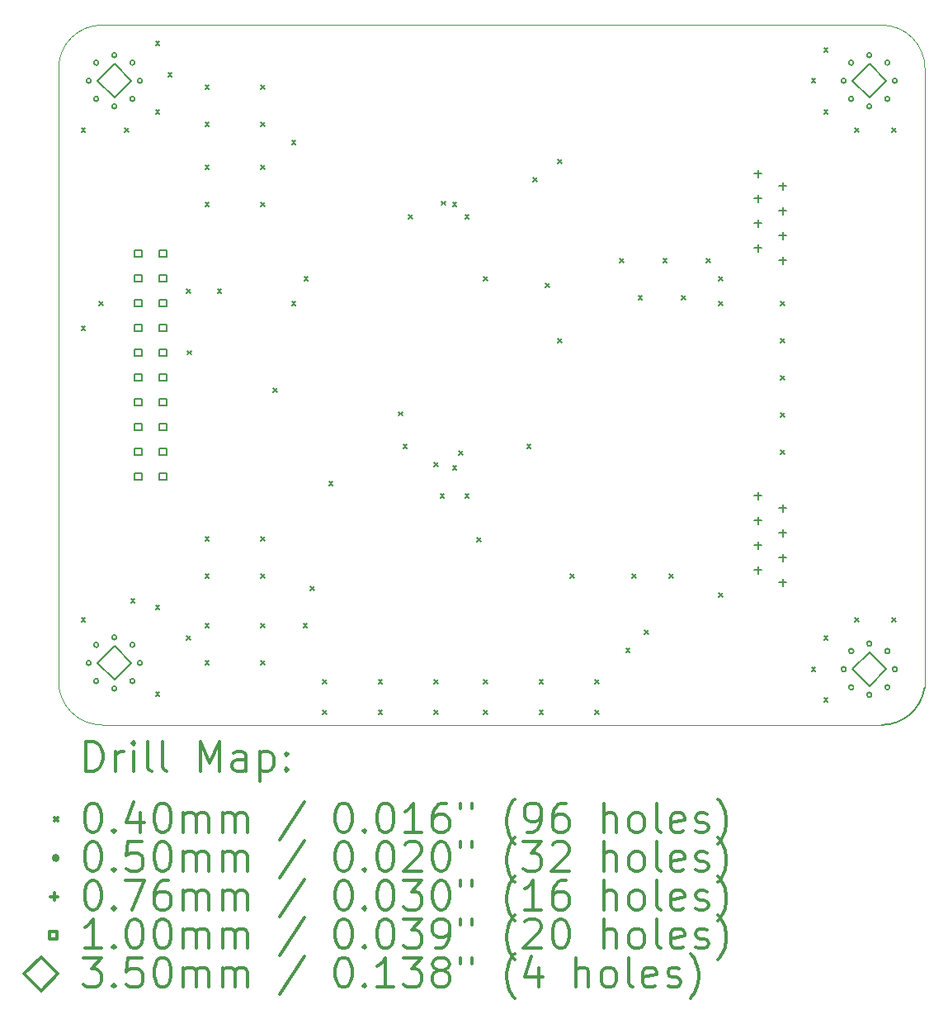
<source format=gbr>
%FSLAX45Y45*%
G04 Gerber Fmt 4.5, Leading zero omitted, Abs format (unit mm)*
G04 Created by KiCad (PCBNEW 5.1.5-52549c5~84~ubuntu19.10.1) date 2020-02-18 09:14:37*
%MOMM*%
%LPD*%
G04 APERTURE LIST*
%TA.AperFunction,Profile*%
%ADD10C,0.100000*%
%TD*%
%TA.AperFunction,Profile*%
%ADD11C,0.150000*%
%TD*%
%ADD12C,0.200000*%
%ADD13C,0.300000*%
G04 APERTURE END LIST*
D10*
X5715000Y-11176000D02*
X5715000Y-4889500D01*
X14160500Y-11620500D02*
X6159500Y-11620500D01*
X14605000Y-4889500D02*
X14600565Y-11238631D01*
X6159500Y-4445000D02*
X14160500Y-4445000D01*
X5715000Y-4889500D02*
G75*
G02X6159500Y-4445000I444500J0D01*
G01*
X14160500Y-4445000D02*
G75*
G02X14605000Y-4889500I0J-444500D01*
G01*
X6159500Y-11620500D02*
G75*
G02X5715000Y-11176000I0J444500D01*
G01*
D11*
X14600565Y-11238631D02*
G75*
G02X14160500Y-11620500I-440066J62631D01*
G01*
D12*
X5949000Y-5504500D02*
X5989000Y-5544500D01*
X5989000Y-5504500D02*
X5949000Y-5544500D01*
X5949000Y-7536500D02*
X5989000Y-7576500D01*
X5989000Y-7536500D02*
X5949000Y-7576500D01*
X5949000Y-10521000D02*
X5989000Y-10561000D01*
X5989000Y-10521000D02*
X5949000Y-10561000D01*
X6130500Y-7282500D02*
X6170500Y-7322500D01*
X6170500Y-7282500D02*
X6130500Y-7322500D01*
X6393500Y-5504500D02*
X6433500Y-5544500D01*
X6433500Y-5504500D02*
X6393500Y-5544500D01*
X6457000Y-10330500D02*
X6497000Y-10370500D01*
X6497000Y-10330500D02*
X6457000Y-10370500D01*
X6711000Y-4615500D02*
X6751000Y-4655500D01*
X6751000Y-4615500D02*
X6711000Y-4655500D01*
X6711000Y-5314000D02*
X6751000Y-5354000D01*
X6751000Y-5314000D02*
X6711000Y-5354000D01*
X6711000Y-10394000D02*
X6751000Y-10434000D01*
X6751000Y-10394000D02*
X6711000Y-10434000D01*
X6711000Y-11283000D02*
X6751000Y-11323000D01*
X6751000Y-11283000D02*
X6711000Y-11323000D01*
X6838000Y-4933000D02*
X6878000Y-4973000D01*
X6878000Y-4933000D02*
X6838000Y-4973000D01*
X7028500Y-7155500D02*
X7068500Y-7195500D01*
X7068500Y-7155500D02*
X7028500Y-7195500D01*
X7028500Y-10711500D02*
X7068500Y-10751500D01*
X7068500Y-10711500D02*
X7028500Y-10751500D01*
X7036500Y-7782500D02*
X7076500Y-7822500D01*
X7076500Y-7782500D02*
X7036500Y-7822500D01*
X7219000Y-5060000D02*
X7259000Y-5100000D01*
X7259000Y-5060000D02*
X7219000Y-5100000D01*
X7219000Y-5441000D02*
X7259000Y-5481000D01*
X7259000Y-5441000D02*
X7219000Y-5481000D01*
X7219000Y-5885500D02*
X7259000Y-5925500D01*
X7259000Y-5885500D02*
X7219000Y-5925500D01*
X7219000Y-6266500D02*
X7259000Y-6306500D01*
X7259000Y-6266500D02*
X7219000Y-6306500D01*
X7219000Y-9695500D02*
X7259000Y-9735500D01*
X7259000Y-9695500D02*
X7219000Y-9735500D01*
X7219000Y-10076500D02*
X7259000Y-10116500D01*
X7259000Y-10076500D02*
X7219000Y-10116500D01*
X7219000Y-10584500D02*
X7259000Y-10624500D01*
X7259000Y-10584500D02*
X7219000Y-10624500D01*
X7219000Y-10965500D02*
X7259000Y-11005500D01*
X7259000Y-10965500D02*
X7219000Y-11005500D01*
X7346000Y-7155500D02*
X7386000Y-7195500D01*
X7386000Y-7155500D02*
X7346000Y-7195500D01*
X7790500Y-5060000D02*
X7830500Y-5100000D01*
X7830500Y-5060000D02*
X7790500Y-5100000D01*
X7790500Y-5441000D02*
X7830500Y-5481000D01*
X7830500Y-5441000D02*
X7790500Y-5481000D01*
X7790500Y-5885500D02*
X7830500Y-5925500D01*
X7830500Y-5885500D02*
X7790500Y-5925500D01*
X7790500Y-6266500D02*
X7830500Y-6306500D01*
X7830500Y-6266500D02*
X7790500Y-6306500D01*
X7790500Y-9695500D02*
X7830500Y-9735500D01*
X7830500Y-9695500D02*
X7790500Y-9735500D01*
X7790500Y-10076500D02*
X7830500Y-10116500D01*
X7830500Y-10076500D02*
X7790500Y-10116500D01*
X7790500Y-10584500D02*
X7830500Y-10624500D01*
X7830500Y-10584500D02*
X7790500Y-10624500D01*
X7790500Y-10965500D02*
X7830500Y-11005500D01*
X7830500Y-10965500D02*
X7790500Y-11005500D01*
X7917500Y-8171500D02*
X7957500Y-8211500D01*
X7957500Y-8171500D02*
X7917500Y-8211500D01*
X8108000Y-5631500D02*
X8148000Y-5671500D01*
X8148000Y-5631500D02*
X8108000Y-5671500D01*
X8108000Y-7282500D02*
X8148000Y-7322500D01*
X8148000Y-7282500D02*
X8108000Y-7322500D01*
X8226000Y-10584500D02*
X8266000Y-10624500D01*
X8266000Y-10584500D02*
X8226000Y-10624500D01*
X8235000Y-7028500D02*
X8275000Y-7068500D01*
X8275000Y-7028500D02*
X8235000Y-7068500D01*
X8298500Y-10203500D02*
X8338500Y-10243500D01*
X8338500Y-10203500D02*
X8298500Y-10243500D01*
X8425500Y-11156000D02*
X8465500Y-11196000D01*
X8465500Y-11156000D02*
X8425500Y-11196000D01*
X8425500Y-11473500D02*
X8465500Y-11513500D01*
X8465500Y-11473500D02*
X8425500Y-11513500D01*
X8489000Y-9124000D02*
X8529000Y-9164000D01*
X8529000Y-9124000D02*
X8489000Y-9164000D01*
X8997000Y-11156000D02*
X9037000Y-11196000D01*
X9037000Y-11156000D02*
X8997000Y-11196000D01*
X8997000Y-11473500D02*
X9037000Y-11513500D01*
X9037000Y-11473500D02*
X8997000Y-11513500D01*
X9202515Y-8410485D02*
X9242515Y-8450485D01*
X9242515Y-8410485D02*
X9202515Y-8450485D01*
X9251000Y-8743000D02*
X9291000Y-8783000D01*
X9291000Y-8743000D02*
X9251000Y-8783000D01*
X9307500Y-6393500D02*
X9347500Y-6433500D01*
X9347500Y-6393500D02*
X9307500Y-6433500D01*
X9568500Y-8933500D02*
X9608500Y-8973500D01*
X9608500Y-8933500D02*
X9568500Y-8973500D01*
X9568500Y-11156000D02*
X9608500Y-11196000D01*
X9608500Y-11156000D02*
X9568500Y-11196000D01*
X9568500Y-11473500D02*
X9608500Y-11513500D01*
X9608500Y-11473500D02*
X9568500Y-11513500D01*
X9632000Y-9251000D02*
X9672000Y-9291000D01*
X9672000Y-9251000D02*
X9632000Y-9291000D01*
X9647015Y-6251485D02*
X9687015Y-6291485D01*
X9687015Y-6251485D02*
X9647015Y-6291485D01*
X9758824Y-8966793D02*
X9798824Y-9006793D01*
X9798824Y-8966793D02*
X9758824Y-9006793D01*
X9759000Y-6266500D02*
X9799000Y-6306500D01*
X9799000Y-6266500D02*
X9759000Y-6306500D01*
X9822500Y-8813000D02*
X9862500Y-8853000D01*
X9862500Y-8813000D02*
X9822500Y-8853000D01*
X9886000Y-6393500D02*
X9926000Y-6433500D01*
X9926000Y-6393500D02*
X9886000Y-6433500D01*
X9886000Y-9251000D02*
X9926000Y-9291000D01*
X9926000Y-9251000D02*
X9886000Y-9291000D01*
X10005250Y-9703250D02*
X10045250Y-9743250D01*
X10045250Y-9703250D02*
X10005250Y-9743250D01*
X10076500Y-7028500D02*
X10116500Y-7068500D01*
X10116500Y-7028500D02*
X10076500Y-7068500D01*
X10076500Y-11156000D02*
X10116500Y-11196000D01*
X10116500Y-11156000D02*
X10076500Y-11196000D01*
X10076500Y-11473500D02*
X10116500Y-11513500D01*
X10116500Y-11473500D02*
X10076500Y-11513500D01*
X10521000Y-8743000D02*
X10561000Y-8783000D01*
X10561000Y-8743000D02*
X10521000Y-8783000D01*
X10584500Y-6012500D02*
X10624500Y-6052500D01*
X10624500Y-6012500D02*
X10584500Y-6052500D01*
X10648000Y-11156000D02*
X10688000Y-11196000D01*
X10688000Y-11156000D02*
X10648000Y-11196000D01*
X10648000Y-11473500D02*
X10688000Y-11513500D01*
X10688000Y-11473500D02*
X10648000Y-11513500D01*
X10711500Y-7092000D02*
X10751500Y-7132000D01*
X10751500Y-7092000D02*
X10711500Y-7132000D01*
X10838500Y-5822000D02*
X10878500Y-5862000D01*
X10878500Y-5822000D02*
X10838500Y-5862000D01*
X10838500Y-7663500D02*
X10878500Y-7703500D01*
X10878500Y-7663500D02*
X10838500Y-7703500D01*
X10965500Y-10076500D02*
X11005500Y-10116500D01*
X11005500Y-10076500D02*
X10965500Y-10116500D01*
X11219500Y-11156000D02*
X11259500Y-11196000D01*
X11259500Y-11156000D02*
X11219500Y-11196000D01*
X11219500Y-11473500D02*
X11259500Y-11513500D01*
X11259500Y-11473500D02*
X11219500Y-11513500D01*
X11473500Y-6838000D02*
X11513500Y-6878000D01*
X11513500Y-6838000D02*
X11473500Y-6878000D01*
X11537000Y-10838500D02*
X11577000Y-10878500D01*
X11577000Y-10838500D02*
X11537000Y-10878500D01*
X11600500Y-10076500D02*
X11640500Y-10116500D01*
X11640500Y-10076500D02*
X11600500Y-10116500D01*
X11664000Y-7219000D02*
X11704000Y-7259000D01*
X11704000Y-7219000D02*
X11664000Y-7259000D01*
X11727500Y-10648000D02*
X11767500Y-10688000D01*
X11767500Y-10648000D02*
X11727500Y-10688000D01*
X11918000Y-6838000D02*
X11958000Y-6878000D01*
X11958000Y-6838000D02*
X11918000Y-6878000D01*
X11981500Y-10076500D02*
X12021500Y-10116500D01*
X12021500Y-10076500D02*
X11981500Y-10116500D01*
X12108500Y-7219000D02*
X12148500Y-7259000D01*
X12148500Y-7219000D02*
X12108500Y-7259000D01*
X12362500Y-6838000D02*
X12402500Y-6878000D01*
X12402500Y-6838000D02*
X12362500Y-6878000D01*
X12489500Y-7028500D02*
X12529500Y-7068500D01*
X12529500Y-7028500D02*
X12489500Y-7068500D01*
X12489500Y-7282500D02*
X12529500Y-7322500D01*
X12529500Y-7282500D02*
X12489500Y-7322500D01*
X12489500Y-10267000D02*
X12529500Y-10307000D01*
X12529500Y-10267000D02*
X12489500Y-10307000D01*
X13124500Y-7282500D02*
X13164500Y-7322500D01*
X13164500Y-7282500D02*
X13124500Y-7322500D01*
X13124500Y-7663500D02*
X13164500Y-7703500D01*
X13164500Y-7663500D02*
X13124500Y-7703500D01*
X13124500Y-8044500D02*
X13164500Y-8084500D01*
X13164500Y-8044500D02*
X13124500Y-8084500D01*
X13124500Y-8425500D02*
X13164500Y-8465500D01*
X13164500Y-8425500D02*
X13124500Y-8465500D01*
X13124500Y-8806500D02*
X13164500Y-8846500D01*
X13164500Y-8806500D02*
X13124500Y-8846500D01*
X13442000Y-4996500D02*
X13482000Y-5036500D01*
X13482000Y-4996500D02*
X13442000Y-5036500D01*
X13442000Y-11029000D02*
X13482000Y-11069000D01*
X13482000Y-11029000D02*
X13442000Y-11069000D01*
X13569000Y-4679000D02*
X13609000Y-4719000D01*
X13609000Y-4679000D02*
X13569000Y-4719000D01*
X13569000Y-5314000D02*
X13609000Y-5354000D01*
X13609000Y-5314000D02*
X13569000Y-5354000D01*
X13569000Y-10711500D02*
X13609000Y-10751500D01*
X13609000Y-10711500D02*
X13569000Y-10751500D01*
X13569000Y-11346500D02*
X13609000Y-11386500D01*
X13609000Y-11346500D02*
X13569000Y-11386500D01*
X13886500Y-5504500D02*
X13926500Y-5544500D01*
X13926500Y-5504500D02*
X13886500Y-5544500D01*
X13886500Y-10521000D02*
X13926500Y-10561000D01*
X13926500Y-10521000D02*
X13886500Y-10561000D01*
X14267500Y-5504500D02*
X14307500Y-5544500D01*
X14307500Y-5504500D02*
X14267500Y-5544500D01*
X14267500Y-10521000D02*
X14307500Y-10561000D01*
X14307500Y-10521000D02*
X14267500Y-10561000D01*
X6049000Y-5016500D02*
G75*
G03X6049000Y-5016500I-25000J0D01*
G01*
X6125884Y-4830885D02*
G75*
G03X6125884Y-4830885I-25000J0D01*
G01*
X6125884Y-5202116D02*
G75*
G03X6125884Y-5202116I-25000J0D01*
G01*
X6311500Y-4754000D02*
G75*
G03X6311500Y-4754000I-25000J0D01*
G01*
X6311500Y-5279000D02*
G75*
G03X6311500Y-5279000I-25000J0D01*
G01*
X6497115Y-4830885D02*
G75*
G03X6497115Y-4830885I-25000J0D01*
G01*
X6497115Y-5202116D02*
G75*
G03X6497115Y-5202116I-25000J0D01*
G01*
X6574000Y-5016500D02*
G75*
G03X6574000Y-5016500I-25000J0D01*
G01*
X13796000Y-11049000D02*
G75*
G03X13796000Y-11049000I-25000J0D01*
G01*
X13872884Y-10863385D02*
G75*
G03X13872884Y-10863385I-25000J0D01*
G01*
X13872884Y-11234615D02*
G75*
G03X13872884Y-11234615I-25000J0D01*
G01*
X14058500Y-10786500D02*
G75*
G03X14058500Y-10786500I-25000J0D01*
G01*
X14058500Y-11311500D02*
G75*
G03X14058500Y-11311500I-25000J0D01*
G01*
X14244115Y-10863385D02*
G75*
G03X14244115Y-10863385I-25000J0D01*
G01*
X14244115Y-11234615D02*
G75*
G03X14244115Y-11234615I-25000J0D01*
G01*
X14321000Y-11049000D02*
G75*
G03X14321000Y-11049000I-25000J0D01*
G01*
X6049000Y-10985500D02*
G75*
G03X6049000Y-10985500I-25000J0D01*
G01*
X6125884Y-10799885D02*
G75*
G03X6125884Y-10799885I-25000J0D01*
G01*
X6125884Y-11171116D02*
G75*
G03X6125884Y-11171116I-25000J0D01*
G01*
X6311500Y-10723000D02*
G75*
G03X6311500Y-10723000I-25000J0D01*
G01*
X6311500Y-11248000D02*
G75*
G03X6311500Y-11248000I-25000J0D01*
G01*
X6497115Y-10799885D02*
G75*
G03X6497115Y-10799885I-25000J0D01*
G01*
X6497115Y-11171116D02*
G75*
G03X6497115Y-11171116I-25000J0D01*
G01*
X6574000Y-10985500D02*
G75*
G03X6574000Y-10985500I-25000J0D01*
G01*
X13796000Y-5016500D02*
G75*
G03X13796000Y-5016500I-25000J0D01*
G01*
X13872884Y-4830885D02*
G75*
G03X13872884Y-4830885I-25000J0D01*
G01*
X13872884Y-5202116D02*
G75*
G03X13872884Y-5202116I-25000J0D01*
G01*
X14058500Y-4754000D02*
G75*
G03X14058500Y-4754000I-25000J0D01*
G01*
X14058500Y-5279000D02*
G75*
G03X14058500Y-5279000I-25000J0D01*
G01*
X14244115Y-4830885D02*
G75*
G03X14244115Y-4830885I-25000J0D01*
G01*
X14244115Y-5202116D02*
G75*
G03X14244115Y-5202116I-25000J0D01*
G01*
X14321000Y-5016500D02*
G75*
G03X14321000Y-5016500I-25000J0D01*
G01*
X12890500Y-9233000D02*
X12890500Y-9309000D01*
X12852500Y-9271000D02*
X12928500Y-9271000D01*
X12890500Y-9487000D02*
X12890500Y-9563000D01*
X12852500Y-9525000D02*
X12928500Y-9525000D01*
X12890500Y-9741000D02*
X12890500Y-9817000D01*
X12852500Y-9779000D02*
X12928500Y-9779000D01*
X12890500Y-9995000D02*
X12890500Y-10071000D01*
X12852500Y-10033000D02*
X12928500Y-10033000D01*
X13144500Y-9360000D02*
X13144500Y-9436000D01*
X13106500Y-9398000D02*
X13182500Y-9398000D01*
X13144500Y-9614000D02*
X13144500Y-9690000D01*
X13106500Y-9652000D02*
X13182500Y-9652000D01*
X13144500Y-9868000D02*
X13144500Y-9944000D01*
X13106500Y-9906000D02*
X13182500Y-9906000D01*
X13144500Y-10122000D02*
X13144500Y-10198000D01*
X13106500Y-10160000D02*
X13182500Y-10160000D01*
X12890500Y-5931000D02*
X12890500Y-6007000D01*
X12852500Y-5969000D02*
X12928500Y-5969000D01*
X12890500Y-6185000D02*
X12890500Y-6261000D01*
X12852500Y-6223000D02*
X12928500Y-6223000D01*
X12890500Y-6439000D02*
X12890500Y-6515000D01*
X12852500Y-6477000D02*
X12928500Y-6477000D01*
X12890500Y-6693000D02*
X12890500Y-6769000D01*
X12852500Y-6731000D02*
X12928500Y-6731000D01*
X13144500Y-6058000D02*
X13144500Y-6134000D01*
X13106500Y-6096000D02*
X13182500Y-6096000D01*
X13144500Y-6312000D02*
X13144500Y-6388000D01*
X13106500Y-6350000D02*
X13182500Y-6350000D01*
X13144500Y-6566000D02*
X13144500Y-6642000D01*
X13106500Y-6604000D02*
X13182500Y-6604000D01*
X13144500Y-6820000D02*
X13144500Y-6896000D01*
X13106500Y-6858000D02*
X13182500Y-6858000D01*
X6567856Y-6821856D02*
X6567856Y-6751144D01*
X6497144Y-6751144D01*
X6497144Y-6821856D01*
X6567856Y-6821856D01*
X6567856Y-7075856D02*
X6567856Y-7005144D01*
X6497144Y-7005144D01*
X6497144Y-7075856D01*
X6567856Y-7075856D01*
X6567856Y-7329856D02*
X6567856Y-7259144D01*
X6497144Y-7259144D01*
X6497144Y-7329856D01*
X6567856Y-7329856D01*
X6567856Y-7583856D02*
X6567856Y-7513144D01*
X6497144Y-7513144D01*
X6497144Y-7583856D01*
X6567856Y-7583856D01*
X6567856Y-7837856D02*
X6567856Y-7767144D01*
X6497144Y-7767144D01*
X6497144Y-7837856D01*
X6567856Y-7837856D01*
X6567856Y-8091856D02*
X6567856Y-8021144D01*
X6497144Y-8021144D01*
X6497144Y-8091856D01*
X6567856Y-8091856D01*
X6567856Y-8345856D02*
X6567856Y-8275144D01*
X6497144Y-8275144D01*
X6497144Y-8345856D01*
X6567856Y-8345856D01*
X6567856Y-8599856D02*
X6567856Y-8529144D01*
X6497144Y-8529144D01*
X6497144Y-8599856D01*
X6567856Y-8599856D01*
X6567856Y-8853856D02*
X6567856Y-8783144D01*
X6497144Y-8783144D01*
X6497144Y-8853856D01*
X6567856Y-8853856D01*
X6567856Y-9107856D02*
X6567856Y-9037144D01*
X6497144Y-9037144D01*
X6497144Y-9107856D01*
X6567856Y-9107856D01*
X6821856Y-6821856D02*
X6821856Y-6751144D01*
X6751144Y-6751144D01*
X6751144Y-6821856D01*
X6821856Y-6821856D01*
X6821856Y-7075856D02*
X6821856Y-7005144D01*
X6751144Y-7005144D01*
X6751144Y-7075856D01*
X6821856Y-7075856D01*
X6821856Y-7329856D02*
X6821856Y-7259144D01*
X6751144Y-7259144D01*
X6751144Y-7329856D01*
X6821856Y-7329856D01*
X6821856Y-7583856D02*
X6821856Y-7513144D01*
X6751144Y-7513144D01*
X6751144Y-7583856D01*
X6821856Y-7583856D01*
X6821856Y-7837856D02*
X6821856Y-7767144D01*
X6751144Y-7767144D01*
X6751144Y-7837856D01*
X6821856Y-7837856D01*
X6821856Y-8091856D02*
X6821856Y-8021144D01*
X6751144Y-8021144D01*
X6751144Y-8091856D01*
X6821856Y-8091856D01*
X6821856Y-8345856D02*
X6821856Y-8275144D01*
X6751144Y-8275144D01*
X6751144Y-8345856D01*
X6821856Y-8345856D01*
X6821856Y-8599856D02*
X6821856Y-8529144D01*
X6751144Y-8529144D01*
X6751144Y-8599856D01*
X6821856Y-8599856D01*
X6821856Y-8853856D02*
X6821856Y-8783144D01*
X6751144Y-8783144D01*
X6751144Y-8853856D01*
X6821856Y-8853856D01*
X6821856Y-9107856D02*
X6821856Y-9037144D01*
X6751144Y-9037144D01*
X6751144Y-9107856D01*
X6821856Y-9107856D01*
X14033500Y-5191500D02*
X14208500Y-5016500D01*
X14033500Y-4841500D01*
X13858500Y-5016500D01*
X14033500Y-5191500D01*
X6286500Y-5191500D02*
X6461500Y-5016500D01*
X6286500Y-4841500D01*
X6111500Y-5016500D01*
X6286500Y-5191500D01*
X14033500Y-11224000D02*
X14208500Y-11049000D01*
X14033500Y-10874000D01*
X13858500Y-11049000D01*
X14033500Y-11224000D01*
X6286500Y-11160500D02*
X6461500Y-10985500D01*
X6286500Y-10810500D01*
X6111500Y-10985500D01*
X6286500Y-11160500D01*
D13*
X5996428Y-12093714D02*
X5996428Y-11793714D01*
X6067857Y-11793714D01*
X6110714Y-11808000D01*
X6139286Y-11836571D01*
X6153571Y-11865143D01*
X6167857Y-11922286D01*
X6167857Y-11965143D01*
X6153571Y-12022286D01*
X6139286Y-12050857D01*
X6110714Y-12079429D01*
X6067857Y-12093714D01*
X5996428Y-12093714D01*
X6296428Y-12093714D02*
X6296428Y-11893714D01*
X6296428Y-11950857D02*
X6310714Y-11922286D01*
X6325000Y-11908000D01*
X6353571Y-11893714D01*
X6382143Y-11893714D01*
X6482143Y-12093714D02*
X6482143Y-11893714D01*
X6482143Y-11793714D02*
X6467857Y-11808000D01*
X6482143Y-11822286D01*
X6496428Y-11808000D01*
X6482143Y-11793714D01*
X6482143Y-11822286D01*
X6667857Y-12093714D02*
X6639286Y-12079429D01*
X6625000Y-12050857D01*
X6625000Y-11793714D01*
X6825000Y-12093714D02*
X6796428Y-12079429D01*
X6782143Y-12050857D01*
X6782143Y-11793714D01*
X7167857Y-12093714D02*
X7167857Y-11793714D01*
X7267857Y-12008000D01*
X7367857Y-11793714D01*
X7367857Y-12093714D01*
X7639286Y-12093714D02*
X7639286Y-11936571D01*
X7625000Y-11908000D01*
X7596428Y-11893714D01*
X7539286Y-11893714D01*
X7510714Y-11908000D01*
X7639286Y-12079429D02*
X7610714Y-12093714D01*
X7539286Y-12093714D01*
X7510714Y-12079429D01*
X7496428Y-12050857D01*
X7496428Y-12022286D01*
X7510714Y-11993714D01*
X7539286Y-11979429D01*
X7610714Y-11979429D01*
X7639286Y-11965143D01*
X7782143Y-11893714D02*
X7782143Y-12193714D01*
X7782143Y-11908000D02*
X7810714Y-11893714D01*
X7867857Y-11893714D01*
X7896428Y-11908000D01*
X7910714Y-11922286D01*
X7925000Y-11950857D01*
X7925000Y-12036571D01*
X7910714Y-12065143D01*
X7896428Y-12079429D01*
X7867857Y-12093714D01*
X7810714Y-12093714D01*
X7782143Y-12079429D01*
X8053571Y-12065143D02*
X8067857Y-12079429D01*
X8053571Y-12093714D01*
X8039286Y-12079429D01*
X8053571Y-12065143D01*
X8053571Y-12093714D01*
X8053571Y-11908000D02*
X8067857Y-11922286D01*
X8053571Y-11936571D01*
X8039286Y-11922286D01*
X8053571Y-11908000D01*
X8053571Y-11936571D01*
X5670000Y-12568000D02*
X5710000Y-12608000D01*
X5710000Y-12568000D02*
X5670000Y-12608000D01*
X6053571Y-12423714D02*
X6082143Y-12423714D01*
X6110714Y-12438000D01*
X6125000Y-12452286D01*
X6139286Y-12480857D01*
X6153571Y-12538000D01*
X6153571Y-12609429D01*
X6139286Y-12666571D01*
X6125000Y-12695143D01*
X6110714Y-12709429D01*
X6082143Y-12723714D01*
X6053571Y-12723714D01*
X6025000Y-12709429D01*
X6010714Y-12695143D01*
X5996428Y-12666571D01*
X5982143Y-12609429D01*
X5982143Y-12538000D01*
X5996428Y-12480857D01*
X6010714Y-12452286D01*
X6025000Y-12438000D01*
X6053571Y-12423714D01*
X6282143Y-12695143D02*
X6296428Y-12709429D01*
X6282143Y-12723714D01*
X6267857Y-12709429D01*
X6282143Y-12695143D01*
X6282143Y-12723714D01*
X6553571Y-12523714D02*
X6553571Y-12723714D01*
X6482143Y-12409429D02*
X6410714Y-12623714D01*
X6596428Y-12623714D01*
X6767857Y-12423714D02*
X6796428Y-12423714D01*
X6825000Y-12438000D01*
X6839286Y-12452286D01*
X6853571Y-12480857D01*
X6867857Y-12538000D01*
X6867857Y-12609429D01*
X6853571Y-12666571D01*
X6839286Y-12695143D01*
X6825000Y-12709429D01*
X6796428Y-12723714D01*
X6767857Y-12723714D01*
X6739286Y-12709429D01*
X6725000Y-12695143D01*
X6710714Y-12666571D01*
X6696428Y-12609429D01*
X6696428Y-12538000D01*
X6710714Y-12480857D01*
X6725000Y-12452286D01*
X6739286Y-12438000D01*
X6767857Y-12423714D01*
X6996428Y-12723714D02*
X6996428Y-12523714D01*
X6996428Y-12552286D02*
X7010714Y-12538000D01*
X7039286Y-12523714D01*
X7082143Y-12523714D01*
X7110714Y-12538000D01*
X7125000Y-12566571D01*
X7125000Y-12723714D01*
X7125000Y-12566571D02*
X7139286Y-12538000D01*
X7167857Y-12523714D01*
X7210714Y-12523714D01*
X7239286Y-12538000D01*
X7253571Y-12566571D01*
X7253571Y-12723714D01*
X7396428Y-12723714D02*
X7396428Y-12523714D01*
X7396428Y-12552286D02*
X7410714Y-12538000D01*
X7439286Y-12523714D01*
X7482143Y-12523714D01*
X7510714Y-12538000D01*
X7525000Y-12566571D01*
X7525000Y-12723714D01*
X7525000Y-12566571D02*
X7539286Y-12538000D01*
X7567857Y-12523714D01*
X7610714Y-12523714D01*
X7639286Y-12538000D01*
X7653571Y-12566571D01*
X7653571Y-12723714D01*
X8239286Y-12409429D02*
X7982143Y-12795143D01*
X8625000Y-12423714D02*
X8653571Y-12423714D01*
X8682143Y-12438000D01*
X8696428Y-12452286D01*
X8710714Y-12480857D01*
X8725000Y-12538000D01*
X8725000Y-12609429D01*
X8710714Y-12666571D01*
X8696428Y-12695143D01*
X8682143Y-12709429D01*
X8653571Y-12723714D01*
X8625000Y-12723714D01*
X8596428Y-12709429D01*
X8582143Y-12695143D01*
X8567857Y-12666571D01*
X8553571Y-12609429D01*
X8553571Y-12538000D01*
X8567857Y-12480857D01*
X8582143Y-12452286D01*
X8596428Y-12438000D01*
X8625000Y-12423714D01*
X8853571Y-12695143D02*
X8867857Y-12709429D01*
X8853571Y-12723714D01*
X8839286Y-12709429D01*
X8853571Y-12695143D01*
X8853571Y-12723714D01*
X9053571Y-12423714D02*
X9082143Y-12423714D01*
X9110714Y-12438000D01*
X9125000Y-12452286D01*
X9139286Y-12480857D01*
X9153571Y-12538000D01*
X9153571Y-12609429D01*
X9139286Y-12666571D01*
X9125000Y-12695143D01*
X9110714Y-12709429D01*
X9082143Y-12723714D01*
X9053571Y-12723714D01*
X9025000Y-12709429D01*
X9010714Y-12695143D01*
X8996428Y-12666571D01*
X8982143Y-12609429D01*
X8982143Y-12538000D01*
X8996428Y-12480857D01*
X9010714Y-12452286D01*
X9025000Y-12438000D01*
X9053571Y-12423714D01*
X9439286Y-12723714D02*
X9267857Y-12723714D01*
X9353571Y-12723714D02*
X9353571Y-12423714D01*
X9325000Y-12466571D01*
X9296428Y-12495143D01*
X9267857Y-12509429D01*
X9696428Y-12423714D02*
X9639286Y-12423714D01*
X9610714Y-12438000D01*
X9596428Y-12452286D01*
X9567857Y-12495143D01*
X9553571Y-12552286D01*
X9553571Y-12666571D01*
X9567857Y-12695143D01*
X9582143Y-12709429D01*
X9610714Y-12723714D01*
X9667857Y-12723714D01*
X9696428Y-12709429D01*
X9710714Y-12695143D01*
X9725000Y-12666571D01*
X9725000Y-12595143D01*
X9710714Y-12566571D01*
X9696428Y-12552286D01*
X9667857Y-12538000D01*
X9610714Y-12538000D01*
X9582143Y-12552286D01*
X9567857Y-12566571D01*
X9553571Y-12595143D01*
X9839286Y-12423714D02*
X9839286Y-12480857D01*
X9953571Y-12423714D02*
X9953571Y-12480857D01*
X10396428Y-12838000D02*
X10382143Y-12823714D01*
X10353571Y-12780857D01*
X10339286Y-12752286D01*
X10325000Y-12709429D01*
X10310714Y-12638000D01*
X10310714Y-12580857D01*
X10325000Y-12509429D01*
X10339286Y-12466571D01*
X10353571Y-12438000D01*
X10382143Y-12395143D01*
X10396428Y-12380857D01*
X10525000Y-12723714D02*
X10582143Y-12723714D01*
X10610714Y-12709429D01*
X10625000Y-12695143D01*
X10653571Y-12652286D01*
X10667857Y-12595143D01*
X10667857Y-12480857D01*
X10653571Y-12452286D01*
X10639286Y-12438000D01*
X10610714Y-12423714D01*
X10553571Y-12423714D01*
X10525000Y-12438000D01*
X10510714Y-12452286D01*
X10496428Y-12480857D01*
X10496428Y-12552286D01*
X10510714Y-12580857D01*
X10525000Y-12595143D01*
X10553571Y-12609429D01*
X10610714Y-12609429D01*
X10639286Y-12595143D01*
X10653571Y-12580857D01*
X10667857Y-12552286D01*
X10925000Y-12423714D02*
X10867857Y-12423714D01*
X10839286Y-12438000D01*
X10825000Y-12452286D01*
X10796428Y-12495143D01*
X10782143Y-12552286D01*
X10782143Y-12666571D01*
X10796428Y-12695143D01*
X10810714Y-12709429D01*
X10839286Y-12723714D01*
X10896428Y-12723714D01*
X10925000Y-12709429D01*
X10939286Y-12695143D01*
X10953571Y-12666571D01*
X10953571Y-12595143D01*
X10939286Y-12566571D01*
X10925000Y-12552286D01*
X10896428Y-12538000D01*
X10839286Y-12538000D01*
X10810714Y-12552286D01*
X10796428Y-12566571D01*
X10782143Y-12595143D01*
X11310714Y-12723714D02*
X11310714Y-12423714D01*
X11439286Y-12723714D02*
X11439286Y-12566571D01*
X11425000Y-12538000D01*
X11396428Y-12523714D01*
X11353571Y-12523714D01*
X11325000Y-12538000D01*
X11310714Y-12552286D01*
X11625000Y-12723714D02*
X11596428Y-12709429D01*
X11582143Y-12695143D01*
X11567857Y-12666571D01*
X11567857Y-12580857D01*
X11582143Y-12552286D01*
X11596428Y-12538000D01*
X11625000Y-12523714D01*
X11667857Y-12523714D01*
X11696428Y-12538000D01*
X11710714Y-12552286D01*
X11725000Y-12580857D01*
X11725000Y-12666571D01*
X11710714Y-12695143D01*
X11696428Y-12709429D01*
X11667857Y-12723714D01*
X11625000Y-12723714D01*
X11896428Y-12723714D02*
X11867857Y-12709429D01*
X11853571Y-12680857D01*
X11853571Y-12423714D01*
X12125000Y-12709429D02*
X12096428Y-12723714D01*
X12039286Y-12723714D01*
X12010714Y-12709429D01*
X11996428Y-12680857D01*
X11996428Y-12566571D01*
X12010714Y-12538000D01*
X12039286Y-12523714D01*
X12096428Y-12523714D01*
X12125000Y-12538000D01*
X12139286Y-12566571D01*
X12139286Y-12595143D01*
X11996428Y-12623714D01*
X12253571Y-12709429D02*
X12282143Y-12723714D01*
X12339286Y-12723714D01*
X12367857Y-12709429D01*
X12382143Y-12680857D01*
X12382143Y-12666571D01*
X12367857Y-12638000D01*
X12339286Y-12623714D01*
X12296428Y-12623714D01*
X12267857Y-12609429D01*
X12253571Y-12580857D01*
X12253571Y-12566571D01*
X12267857Y-12538000D01*
X12296428Y-12523714D01*
X12339286Y-12523714D01*
X12367857Y-12538000D01*
X12482143Y-12838000D02*
X12496428Y-12823714D01*
X12525000Y-12780857D01*
X12539286Y-12752286D01*
X12553571Y-12709429D01*
X12567857Y-12638000D01*
X12567857Y-12580857D01*
X12553571Y-12509429D01*
X12539286Y-12466571D01*
X12525000Y-12438000D01*
X12496428Y-12395143D01*
X12482143Y-12380857D01*
X5710000Y-12984000D02*
G75*
G03X5710000Y-12984000I-25000J0D01*
G01*
X6053571Y-12819714D02*
X6082143Y-12819714D01*
X6110714Y-12834000D01*
X6125000Y-12848286D01*
X6139286Y-12876857D01*
X6153571Y-12934000D01*
X6153571Y-13005429D01*
X6139286Y-13062571D01*
X6125000Y-13091143D01*
X6110714Y-13105429D01*
X6082143Y-13119714D01*
X6053571Y-13119714D01*
X6025000Y-13105429D01*
X6010714Y-13091143D01*
X5996428Y-13062571D01*
X5982143Y-13005429D01*
X5982143Y-12934000D01*
X5996428Y-12876857D01*
X6010714Y-12848286D01*
X6025000Y-12834000D01*
X6053571Y-12819714D01*
X6282143Y-13091143D02*
X6296428Y-13105429D01*
X6282143Y-13119714D01*
X6267857Y-13105429D01*
X6282143Y-13091143D01*
X6282143Y-13119714D01*
X6567857Y-12819714D02*
X6425000Y-12819714D01*
X6410714Y-12962571D01*
X6425000Y-12948286D01*
X6453571Y-12934000D01*
X6525000Y-12934000D01*
X6553571Y-12948286D01*
X6567857Y-12962571D01*
X6582143Y-12991143D01*
X6582143Y-13062571D01*
X6567857Y-13091143D01*
X6553571Y-13105429D01*
X6525000Y-13119714D01*
X6453571Y-13119714D01*
X6425000Y-13105429D01*
X6410714Y-13091143D01*
X6767857Y-12819714D02*
X6796428Y-12819714D01*
X6825000Y-12834000D01*
X6839286Y-12848286D01*
X6853571Y-12876857D01*
X6867857Y-12934000D01*
X6867857Y-13005429D01*
X6853571Y-13062571D01*
X6839286Y-13091143D01*
X6825000Y-13105429D01*
X6796428Y-13119714D01*
X6767857Y-13119714D01*
X6739286Y-13105429D01*
X6725000Y-13091143D01*
X6710714Y-13062571D01*
X6696428Y-13005429D01*
X6696428Y-12934000D01*
X6710714Y-12876857D01*
X6725000Y-12848286D01*
X6739286Y-12834000D01*
X6767857Y-12819714D01*
X6996428Y-13119714D02*
X6996428Y-12919714D01*
X6996428Y-12948286D02*
X7010714Y-12934000D01*
X7039286Y-12919714D01*
X7082143Y-12919714D01*
X7110714Y-12934000D01*
X7125000Y-12962571D01*
X7125000Y-13119714D01*
X7125000Y-12962571D02*
X7139286Y-12934000D01*
X7167857Y-12919714D01*
X7210714Y-12919714D01*
X7239286Y-12934000D01*
X7253571Y-12962571D01*
X7253571Y-13119714D01*
X7396428Y-13119714D02*
X7396428Y-12919714D01*
X7396428Y-12948286D02*
X7410714Y-12934000D01*
X7439286Y-12919714D01*
X7482143Y-12919714D01*
X7510714Y-12934000D01*
X7525000Y-12962571D01*
X7525000Y-13119714D01*
X7525000Y-12962571D02*
X7539286Y-12934000D01*
X7567857Y-12919714D01*
X7610714Y-12919714D01*
X7639286Y-12934000D01*
X7653571Y-12962571D01*
X7653571Y-13119714D01*
X8239286Y-12805429D02*
X7982143Y-13191143D01*
X8625000Y-12819714D02*
X8653571Y-12819714D01*
X8682143Y-12834000D01*
X8696428Y-12848286D01*
X8710714Y-12876857D01*
X8725000Y-12934000D01*
X8725000Y-13005429D01*
X8710714Y-13062571D01*
X8696428Y-13091143D01*
X8682143Y-13105429D01*
X8653571Y-13119714D01*
X8625000Y-13119714D01*
X8596428Y-13105429D01*
X8582143Y-13091143D01*
X8567857Y-13062571D01*
X8553571Y-13005429D01*
X8553571Y-12934000D01*
X8567857Y-12876857D01*
X8582143Y-12848286D01*
X8596428Y-12834000D01*
X8625000Y-12819714D01*
X8853571Y-13091143D02*
X8867857Y-13105429D01*
X8853571Y-13119714D01*
X8839286Y-13105429D01*
X8853571Y-13091143D01*
X8853571Y-13119714D01*
X9053571Y-12819714D02*
X9082143Y-12819714D01*
X9110714Y-12834000D01*
X9125000Y-12848286D01*
X9139286Y-12876857D01*
X9153571Y-12934000D01*
X9153571Y-13005429D01*
X9139286Y-13062571D01*
X9125000Y-13091143D01*
X9110714Y-13105429D01*
X9082143Y-13119714D01*
X9053571Y-13119714D01*
X9025000Y-13105429D01*
X9010714Y-13091143D01*
X8996428Y-13062571D01*
X8982143Y-13005429D01*
X8982143Y-12934000D01*
X8996428Y-12876857D01*
X9010714Y-12848286D01*
X9025000Y-12834000D01*
X9053571Y-12819714D01*
X9267857Y-12848286D02*
X9282143Y-12834000D01*
X9310714Y-12819714D01*
X9382143Y-12819714D01*
X9410714Y-12834000D01*
X9425000Y-12848286D01*
X9439286Y-12876857D01*
X9439286Y-12905429D01*
X9425000Y-12948286D01*
X9253571Y-13119714D01*
X9439286Y-13119714D01*
X9625000Y-12819714D02*
X9653571Y-12819714D01*
X9682143Y-12834000D01*
X9696428Y-12848286D01*
X9710714Y-12876857D01*
X9725000Y-12934000D01*
X9725000Y-13005429D01*
X9710714Y-13062571D01*
X9696428Y-13091143D01*
X9682143Y-13105429D01*
X9653571Y-13119714D01*
X9625000Y-13119714D01*
X9596428Y-13105429D01*
X9582143Y-13091143D01*
X9567857Y-13062571D01*
X9553571Y-13005429D01*
X9553571Y-12934000D01*
X9567857Y-12876857D01*
X9582143Y-12848286D01*
X9596428Y-12834000D01*
X9625000Y-12819714D01*
X9839286Y-12819714D02*
X9839286Y-12876857D01*
X9953571Y-12819714D02*
X9953571Y-12876857D01*
X10396428Y-13234000D02*
X10382143Y-13219714D01*
X10353571Y-13176857D01*
X10339286Y-13148286D01*
X10325000Y-13105429D01*
X10310714Y-13034000D01*
X10310714Y-12976857D01*
X10325000Y-12905429D01*
X10339286Y-12862571D01*
X10353571Y-12834000D01*
X10382143Y-12791143D01*
X10396428Y-12776857D01*
X10482143Y-12819714D02*
X10667857Y-12819714D01*
X10567857Y-12934000D01*
X10610714Y-12934000D01*
X10639286Y-12948286D01*
X10653571Y-12962571D01*
X10667857Y-12991143D01*
X10667857Y-13062571D01*
X10653571Y-13091143D01*
X10639286Y-13105429D01*
X10610714Y-13119714D01*
X10525000Y-13119714D01*
X10496428Y-13105429D01*
X10482143Y-13091143D01*
X10782143Y-12848286D02*
X10796428Y-12834000D01*
X10825000Y-12819714D01*
X10896428Y-12819714D01*
X10925000Y-12834000D01*
X10939286Y-12848286D01*
X10953571Y-12876857D01*
X10953571Y-12905429D01*
X10939286Y-12948286D01*
X10767857Y-13119714D01*
X10953571Y-13119714D01*
X11310714Y-13119714D02*
X11310714Y-12819714D01*
X11439286Y-13119714D02*
X11439286Y-12962571D01*
X11425000Y-12934000D01*
X11396428Y-12919714D01*
X11353571Y-12919714D01*
X11325000Y-12934000D01*
X11310714Y-12948286D01*
X11625000Y-13119714D02*
X11596428Y-13105429D01*
X11582143Y-13091143D01*
X11567857Y-13062571D01*
X11567857Y-12976857D01*
X11582143Y-12948286D01*
X11596428Y-12934000D01*
X11625000Y-12919714D01*
X11667857Y-12919714D01*
X11696428Y-12934000D01*
X11710714Y-12948286D01*
X11725000Y-12976857D01*
X11725000Y-13062571D01*
X11710714Y-13091143D01*
X11696428Y-13105429D01*
X11667857Y-13119714D01*
X11625000Y-13119714D01*
X11896428Y-13119714D02*
X11867857Y-13105429D01*
X11853571Y-13076857D01*
X11853571Y-12819714D01*
X12125000Y-13105429D02*
X12096428Y-13119714D01*
X12039286Y-13119714D01*
X12010714Y-13105429D01*
X11996428Y-13076857D01*
X11996428Y-12962571D01*
X12010714Y-12934000D01*
X12039286Y-12919714D01*
X12096428Y-12919714D01*
X12125000Y-12934000D01*
X12139286Y-12962571D01*
X12139286Y-12991143D01*
X11996428Y-13019714D01*
X12253571Y-13105429D02*
X12282143Y-13119714D01*
X12339286Y-13119714D01*
X12367857Y-13105429D01*
X12382143Y-13076857D01*
X12382143Y-13062571D01*
X12367857Y-13034000D01*
X12339286Y-13019714D01*
X12296428Y-13019714D01*
X12267857Y-13005429D01*
X12253571Y-12976857D01*
X12253571Y-12962571D01*
X12267857Y-12934000D01*
X12296428Y-12919714D01*
X12339286Y-12919714D01*
X12367857Y-12934000D01*
X12482143Y-13234000D02*
X12496428Y-13219714D01*
X12525000Y-13176857D01*
X12539286Y-13148286D01*
X12553571Y-13105429D01*
X12567857Y-13034000D01*
X12567857Y-12976857D01*
X12553571Y-12905429D01*
X12539286Y-12862571D01*
X12525000Y-12834000D01*
X12496428Y-12791143D01*
X12482143Y-12776857D01*
X5672000Y-13342000D02*
X5672000Y-13418000D01*
X5634000Y-13380000D02*
X5710000Y-13380000D01*
X6053571Y-13215714D02*
X6082143Y-13215714D01*
X6110714Y-13230000D01*
X6125000Y-13244286D01*
X6139286Y-13272857D01*
X6153571Y-13330000D01*
X6153571Y-13401429D01*
X6139286Y-13458571D01*
X6125000Y-13487143D01*
X6110714Y-13501429D01*
X6082143Y-13515714D01*
X6053571Y-13515714D01*
X6025000Y-13501429D01*
X6010714Y-13487143D01*
X5996428Y-13458571D01*
X5982143Y-13401429D01*
X5982143Y-13330000D01*
X5996428Y-13272857D01*
X6010714Y-13244286D01*
X6025000Y-13230000D01*
X6053571Y-13215714D01*
X6282143Y-13487143D02*
X6296428Y-13501429D01*
X6282143Y-13515714D01*
X6267857Y-13501429D01*
X6282143Y-13487143D01*
X6282143Y-13515714D01*
X6396428Y-13215714D02*
X6596428Y-13215714D01*
X6467857Y-13515714D01*
X6839286Y-13215714D02*
X6782143Y-13215714D01*
X6753571Y-13230000D01*
X6739286Y-13244286D01*
X6710714Y-13287143D01*
X6696428Y-13344286D01*
X6696428Y-13458571D01*
X6710714Y-13487143D01*
X6725000Y-13501429D01*
X6753571Y-13515714D01*
X6810714Y-13515714D01*
X6839286Y-13501429D01*
X6853571Y-13487143D01*
X6867857Y-13458571D01*
X6867857Y-13387143D01*
X6853571Y-13358571D01*
X6839286Y-13344286D01*
X6810714Y-13330000D01*
X6753571Y-13330000D01*
X6725000Y-13344286D01*
X6710714Y-13358571D01*
X6696428Y-13387143D01*
X6996428Y-13515714D02*
X6996428Y-13315714D01*
X6996428Y-13344286D02*
X7010714Y-13330000D01*
X7039286Y-13315714D01*
X7082143Y-13315714D01*
X7110714Y-13330000D01*
X7125000Y-13358571D01*
X7125000Y-13515714D01*
X7125000Y-13358571D02*
X7139286Y-13330000D01*
X7167857Y-13315714D01*
X7210714Y-13315714D01*
X7239286Y-13330000D01*
X7253571Y-13358571D01*
X7253571Y-13515714D01*
X7396428Y-13515714D02*
X7396428Y-13315714D01*
X7396428Y-13344286D02*
X7410714Y-13330000D01*
X7439286Y-13315714D01*
X7482143Y-13315714D01*
X7510714Y-13330000D01*
X7525000Y-13358571D01*
X7525000Y-13515714D01*
X7525000Y-13358571D02*
X7539286Y-13330000D01*
X7567857Y-13315714D01*
X7610714Y-13315714D01*
X7639286Y-13330000D01*
X7653571Y-13358571D01*
X7653571Y-13515714D01*
X8239286Y-13201429D02*
X7982143Y-13587143D01*
X8625000Y-13215714D02*
X8653571Y-13215714D01*
X8682143Y-13230000D01*
X8696428Y-13244286D01*
X8710714Y-13272857D01*
X8725000Y-13330000D01*
X8725000Y-13401429D01*
X8710714Y-13458571D01*
X8696428Y-13487143D01*
X8682143Y-13501429D01*
X8653571Y-13515714D01*
X8625000Y-13515714D01*
X8596428Y-13501429D01*
X8582143Y-13487143D01*
X8567857Y-13458571D01*
X8553571Y-13401429D01*
X8553571Y-13330000D01*
X8567857Y-13272857D01*
X8582143Y-13244286D01*
X8596428Y-13230000D01*
X8625000Y-13215714D01*
X8853571Y-13487143D02*
X8867857Y-13501429D01*
X8853571Y-13515714D01*
X8839286Y-13501429D01*
X8853571Y-13487143D01*
X8853571Y-13515714D01*
X9053571Y-13215714D02*
X9082143Y-13215714D01*
X9110714Y-13230000D01*
X9125000Y-13244286D01*
X9139286Y-13272857D01*
X9153571Y-13330000D01*
X9153571Y-13401429D01*
X9139286Y-13458571D01*
X9125000Y-13487143D01*
X9110714Y-13501429D01*
X9082143Y-13515714D01*
X9053571Y-13515714D01*
X9025000Y-13501429D01*
X9010714Y-13487143D01*
X8996428Y-13458571D01*
X8982143Y-13401429D01*
X8982143Y-13330000D01*
X8996428Y-13272857D01*
X9010714Y-13244286D01*
X9025000Y-13230000D01*
X9053571Y-13215714D01*
X9253571Y-13215714D02*
X9439286Y-13215714D01*
X9339286Y-13330000D01*
X9382143Y-13330000D01*
X9410714Y-13344286D01*
X9425000Y-13358571D01*
X9439286Y-13387143D01*
X9439286Y-13458571D01*
X9425000Y-13487143D01*
X9410714Y-13501429D01*
X9382143Y-13515714D01*
X9296428Y-13515714D01*
X9267857Y-13501429D01*
X9253571Y-13487143D01*
X9625000Y-13215714D02*
X9653571Y-13215714D01*
X9682143Y-13230000D01*
X9696428Y-13244286D01*
X9710714Y-13272857D01*
X9725000Y-13330000D01*
X9725000Y-13401429D01*
X9710714Y-13458571D01*
X9696428Y-13487143D01*
X9682143Y-13501429D01*
X9653571Y-13515714D01*
X9625000Y-13515714D01*
X9596428Y-13501429D01*
X9582143Y-13487143D01*
X9567857Y-13458571D01*
X9553571Y-13401429D01*
X9553571Y-13330000D01*
X9567857Y-13272857D01*
X9582143Y-13244286D01*
X9596428Y-13230000D01*
X9625000Y-13215714D01*
X9839286Y-13215714D02*
X9839286Y-13272857D01*
X9953571Y-13215714D02*
X9953571Y-13272857D01*
X10396428Y-13630000D02*
X10382143Y-13615714D01*
X10353571Y-13572857D01*
X10339286Y-13544286D01*
X10325000Y-13501429D01*
X10310714Y-13430000D01*
X10310714Y-13372857D01*
X10325000Y-13301429D01*
X10339286Y-13258571D01*
X10353571Y-13230000D01*
X10382143Y-13187143D01*
X10396428Y-13172857D01*
X10667857Y-13515714D02*
X10496428Y-13515714D01*
X10582143Y-13515714D02*
X10582143Y-13215714D01*
X10553571Y-13258571D01*
X10525000Y-13287143D01*
X10496428Y-13301429D01*
X10925000Y-13215714D02*
X10867857Y-13215714D01*
X10839286Y-13230000D01*
X10825000Y-13244286D01*
X10796428Y-13287143D01*
X10782143Y-13344286D01*
X10782143Y-13458571D01*
X10796428Y-13487143D01*
X10810714Y-13501429D01*
X10839286Y-13515714D01*
X10896428Y-13515714D01*
X10925000Y-13501429D01*
X10939286Y-13487143D01*
X10953571Y-13458571D01*
X10953571Y-13387143D01*
X10939286Y-13358571D01*
X10925000Y-13344286D01*
X10896428Y-13330000D01*
X10839286Y-13330000D01*
X10810714Y-13344286D01*
X10796428Y-13358571D01*
X10782143Y-13387143D01*
X11310714Y-13515714D02*
X11310714Y-13215714D01*
X11439286Y-13515714D02*
X11439286Y-13358571D01*
X11425000Y-13330000D01*
X11396428Y-13315714D01*
X11353571Y-13315714D01*
X11325000Y-13330000D01*
X11310714Y-13344286D01*
X11625000Y-13515714D02*
X11596428Y-13501429D01*
X11582143Y-13487143D01*
X11567857Y-13458571D01*
X11567857Y-13372857D01*
X11582143Y-13344286D01*
X11596428Y-13330000D01*
X11625000Y-13315714D01*
X11667857Y-13315714D01*
X11696428Y-13330000D01*
X11710714Y-13344286D01*
X11725000Y-13372857D01*
X11725000Y-13458571D01*
X11710714Y-13487143D01*
X11696428Y-13501429D01*
X11667857Y-13515714D01*
X11625000Y-13515714D01*
X11896428Y-13515714D02*
X11867857Y-13501429D01*
X11853571Y-13472857D01*
X11853571Y-13215714D01*
X12125000Y-13501429D02*
X12096428Y-13515714D01*
X12039286Y-13515714D01*
X12010714Y-13501429D01*
X11996428Y-13472857D01*
X11996428Y-13358571D01*
X12010714Y-13330000D01*
X12039286Y-13315714D01*
X12096428Y-13315714D01*
X12125000Y-13330000D01*
X12139286Y-13358571D01*
X12139286Y-13387143D01*
X11996428Y-13415714D01*
X12253571Y-13501429D02*
X12282143Y-13515714D01*
X12339286Y-13515714D01*
X12367857Y-13501429D01*
X12382143Y-13472857D01*
X12382143Y-13458571D01*
X12367857Y-13430000D01*
X12339286Y-13415714D01*
X12296428Y-13415714D01*
X12267857Y-13401429D01*
X12253571Y-13372857D01*
X12253571Y-13358571D01*
X12267857Y-13330000D01*
X12296428Y-13315714D01*
X12339286Y-13315714D01*
X12367857Y-13330000D01*
X12482143Y-13630000D02*
X12496428Y-13615714D01*
X12525000Y-13572857D01*
X12539286Y-13544286D01*
X12553571Y-13501429D01*
X12567857Y-13430000D01*
X12567857Y-13372857D01*
X12553571Y-13301429D01*
X12539286Y-13258571D01*
X12525000Y-13230000D01*
X12496428Y-13187143D01*
X12482143Y-13172857D01*
X5695356Y-13811356D02*
X5695356Y-13740644D01*
X5624644Y-13740644D01*
X5624644Y-13811356D01*
X5695356Y-13811356D01*
X6153571Y-13911714D02*
X5982143Y-13911714D01*
X6067857Y-13911714D02*
X6067857Y-13611714D01*
X6039286Y-13654571D01*
X6010714Y-13683143D01*
X5982143Y-13697429D01*
X6282143Y-13883143D02*
X6296428Y-13897429D01*
X6282143Y-13911714D01*
X6267857Y-13897429D01*
X6282143Y-13883143D01*
X6282143Y-13911714D01*
X6482143Y-13611714D02*
X6510714Y-13611714D01*
X6539286Y-13626000D01*
X6553571Y-13640286D01*
X6567857Y-13668857D01*
X6582143Y-13726000D01*
X6582143Y-13797429D01*
X6567857Y-13854571D01*
X6553571Y-13883143D01*
X6539286Y-13897429D01*
X6510714Y-13911714D01*
X6482143Y-13911714D01*
X6453571Y-13897429D01*
X6439286Y-13883143D01*
X6425000Y-13854571D01*
X6410714Y-13797429D01*
X6410714Y-13726000D01*
X6425000Y-13668857D01*
X6439286Y-13640286D01*
X6453571Y-13626000D01*
X6482143Y-13611714D01*
X6767857Y-13611714D02*
X6796428Y-13611714D01*
X6825000Y-13626000D01*
X6839286Y-13640286D01*
X6853571Y-13668857D01*
X6867857Y-13726000D01*
X6867857Y-13797429D01*
X6853571Y-13854571D01*
X6839286Y-13883143D01*
X6825000Y-13897429D01*
X6796428Y-13911714D01*
X6767857Y-13911714D01*
X6739286Y-13897429D01*
X6725000Y-13883143D01*
X6710714Y-13854571D01*
X6696428Y-13797429D01*
X6696428Y-13726000D01*
X6710714Y-13668857D01*
X6725000Y-13640286D01*
X6739286Y-13626000D01*
X6767857Y-13611714D01*
X6996428Y-13911714D02*
X6996428Y-13711714D01*
X6996428Y-13740286D02*
X7010714Y-13726000D01*
X7039286Y-13711714D01*
X7082143Y-13711714D01*
X7110714Y-13726000D01*
X7125000Y-13754571D01*
X7125000Y-13911714D01*
X7125000Y-13754571D02*
X7139286Y-13726000D01*
X7167857Y-13711714D01*
X7210714Y-13711714D01*
X7239286Y-13726000D01*
X7253571Y-13754571D01*
X7253571Y-13911714D01*
X7396428Y-13911714D02*
X7396428Y-13711714D01*
X7396428Y-13740286D02*
X7410714Y-13726000D01*
X7439286Y-13711714D01*
X7482143Y-13711714D01*
X7510714Y-13726000D01*
X7525000Y-13754571D01*
X7525000Y-13911714D01*
X7525000Y-13754571D02*
X7539286Y-13726000D01*
X7567857Y-13711714D01*
X7610714Y-13711714D01*
X7639286Y-13726000D01*
X7653571Y-13754571D01*
X7653571Y-13911714D01*
X8239286Y-13597429D02*
X7982143Y-13983143D01*
X8625000Y-13611714D02*
X8653571Y-13611714D01*
X8682143Y-13626000D01*
X8696428Y-13640286D01*
X8710714Y-13668857D01*
X8725000Y-13726000D01*
X8725000Y-13797429D01*
X8710714Y-13854571D01*
X8696428Y-13883143D01*
X8682143Y-13897429D01*
X8653571Y-13911714D01*
X8625000Y-13911714D01*
X8596428Y-13897429D01*
X8582143Y-13883143D01*
X8567857Y-13854571D01*
X8553571Y-13797429D01*
X8553571Y-13726000D01*
X8567857Y-13668857D01*
X8582143Y-13640286D01*
X8596428Y-13626000D01*
X8625000Y-13611714D01*
X8853571Y-13883143D02*
X8867857Y-13897429D01*
X8853571Y-13911714D01*
X8839286Y-13897429D01*
X8853571Y-13883143D01*
X8853571Y-13911714D01*
X9053571Y-13611714D02*
X9082143Y-13611714D01*
X9110714Y-13626000D01*
X9125000Y-13640286D01*
X9139286Y-13668857D01*
X9153571Y-13726000D01*
X9153571Y-13797429D01*
X9139286Y-13854571D01*
X9125000Y-13883143D01*
X9110714Y-13897429D01*
X9082143Y-13911714D01*
X9053571Y-13911714D01*
X9025000Y-13897429D01*
X9010714Y-13883143D01*
X8996428Y-13854571D01*
X8982143Y-13797429D01*
X8982143Y-13726000D01*
X8996428Y-13668857D01*
X9010714Y-13640286D01*
X9025000Y-13626000D01*
X9053571Y-13611714D01*
X9253571Y-13611714D02*
X9439286Y-13611714D01*
X9339286Y-13726000D01*
X9382143Y-13726000D01*
X9410714Y-13740286D01*
X9425000Y-13754571D01*
X9439286Y-13783143D01*
X9439286Y-13854571D01*
X9425000Y-13883143D01*
X9410714Y-13897429D01*
X9382143Y-13911714D01*
X9296428Y-13911714D01*
X9267857Y-13897429D01*
X9253571Y-13883143D01*
X9582143Y-13911714D02*
X9639286Y-13911714D01*
X9667857Y-13897429D01*
X9682143Y-13883143D01*
X9710714Y-13840286D01*
X9725000Y-13783143D01*
X9725000Y-13668857D01*
X9710714Y-13640286D01*
X9696428Y-13626000D01*
X9667857Y-13611714D01*
X9610714Y-13611714D01*
X9582143Y-13626000D01*
X9567857Y-13640286D01*
X9553571Y-13668857D01*
X9553571Y-13740286D01*
X9567857Y-13768857D01*
X9582143Y-13783143D01*
X9610714Y-13797429D01*
X9667857Y-13797429D01*
X9696428Y-13783143D01*
X9710714Y-13768857D01*
X9725000Y-13740286D01*
X9839286Y-13611714D02*
X9839286Y-13668857D01*
X9953571Y-13611714D02*
X9953571Y-13668857D01*
X10396428Y-14026000D02*
X10382143Y-14011714D01*
X10353571Y-13968857D01*
X10339286Y-13940286D01*
X10325000Y-13897429D01*
X10310714Y-13826000D01*
X10310714Y-13768857D01*
X10325000Y-13697429D01*
X10339286Y-13654571D01*
X10353571Y-13626000D01*
X10382143Y-13583143D01*
X10396428Y-13568857D01*
X10496428Y-13640286D02*
X10510714Y-13626000D01*
X10539286Y-13611714D01*
X10610714Y-13611714D01*
X10639286Y-13626000D01*
X10653571Y-13640286D01*
X10667857Y-13668857D01*
X10667857Y-13697429D01*
X10653571Y-13740286D01*
X10482143Y-13911714D01*
X10667857Y-13911714D01*
X10853571Y-13611714D02*
X10882143Y-13611714D01*
X10910714Y-13626000D01*
X10925000Y-13640286D01*
X10939286Y-13668857D01*
X10953571Y-13726000D01*
X10953571Y-13797429D01*
X10939286Y-13854571D01*
X10925000Y-13883143D01*
X10910714Y-13897429D01*
X10882143Y-13911714D01*
X10853571Y-13911714D01*
X10825000Y-13897429D01*
X10810714Y-13883143D01*
X10796428Y-13854571D01*
X10782143Y-13797429D01*
X10782143Y-13726000D01*
X10796428Y-13668857D01*
X10810714Y-13640286D01*
X10825000Y-13626000D01*
X10853571Y-13611714D01*
X11310714Y-13911714D02*
X11310714Y-13611714D01*
X11439286Y-13911714D02*
X11439286Y-13754571D01*
X11425000Y-13726000D01*
X11396428Y-13711714D01*
X11353571Y-13711714D01*
X11325000Y-13726000D01*
X11310714Y-13740286D01*
X11625000Y-13911714D02*
X11596428Y-13897429D01*
X11582143Y-13883143D01*
X11567857Y-13854571D01*
X11567857Y-13768857D01*
X11582143Y-13740286D01*
X11596428Y-13726000D01*
X11625000Y-13711714D01*
X11667857Y-13711714D01*
X11696428Y-13726000D01*
X11710714Y-13740286D01*
X11725000Y-13768857D01*
X11725000Y-13854571D01*
X11710714Y-13883143D01*
X11696428Y-13897429D01*
X11667857Y-13911714D01*
X11625000Y-13911714D01*
X11896428Y-13911714D02*
X11867857Y-13897429D01*
X11853571Y-13868857D01*
X11853571Y-13611714D01*
X12125000Y-13897429D02*
X12096428Y-13911714D01*
X12039286Y-13911714D01*
X12010714Y-13897429D01*
X11996428Y-13868857D01*
X11996428Y-13754571D01*
X12010714Y-13726000D01*
X12039286Y-13711714D01*
X12096428Y-13711714D01*
X12125000Y-13726000D01*
X12139286Y-13754571D01*
X12139286Y-13783143D01*
X11996428Y-13811714D01*
X12253571Y-13897429D02*
X12282143Y-13911714D01*
X12339286Y-13911714D01*
X12367857Y-13897429D01*
X12382143Y-13868857D01*
X12382143Y-13854571D01*
X12367857Y-13826000D01*
X12339286Y-13811714D01*
X12296428Y-13811714D01*
X12267857Y-13797429D01*
X12253571Y-13768857D01*
X12253571Y-13754571D01*
X12267857Y-13726000D01*
X12296428Y-13711714D01*
X12339286Y-13711714D01*
X12367857Y-13726000D01*
X12482143Y-14026000D02*
X12496428Y-14011714D01*
X12525000Y-13968857D01*
X12539286Y-13940286D01*
X12553571Y-13897429D01*
X12567857Y-13826000D01*
X12567857Y-13768857D01*
X12553571Y-13697429D01*
X12539286Y-13654571D01*
X12525000Y-13626000D01*
X12496428Y-13583143D01*
X12482143Y-13568857D01*
X5535000Y-14347000D02*
X5710000Y-14172000D01*
X5535000Y-13997000D01*
X5360000Y-14172000D01*
X5535000Y-14347000D01*
X5967857Y-14007714D02*
X6153571Y-14007714D01*
X6053571Y-14122000D01*
X6096428Y-14122000D01*
X6125000Y-14136286D01*
X6139286Y-14150571D01*
X6153571Y-14179143D01*
X6153571Y-14250571D01*
X6139286Y-14279143D01*
X6125000Y-14293429D01*
X6096428Y-14307714D01*
X6010714Y-14307714D01*
X5982143Y-14293429D01*
X5967857Y-14279143D01*
X6282143Y-14279143D02*
X6296428Y-14293429D01*
X6282143Y-14307714D01*
X6267857Y-14293429D01*
X6282143Y-14279143D01*
X6282143Y-14307714D01*
X6567857Y-14007714D02*
X6425000Y-14007714D01*
X6410714Y-14150571D01*
X6425000Y-14136286D01*
X6453571Y-14122000D01*
X6525000Y-14122000D01*
X6553571Y-14136286D01*
X6567857Y-14150571D01*
X6582143Y-14179143D01*
X6582143Y-14250571D01*
X6567857Y-14279143D01*
X6553571Y-14293429D01*
X6525000Y-14307714D01*
X6453571Y-14307714D01*
X6425000Y-14293429D01*
X6410714Y-14279143D01*
X6767857Y-14007714D02*
X6796428Y-14007714D01*
X6825000Y-14022000D01*
X6839286Y-14036286D01*
X6853571Y-14064857D01*
X6867857Y-14122000D01*
X6867857Y-14193429D01*
X6853571Y-14250571D01*
X6839286Y-14279143D01*
X6825000Y-14293429D01*
X6796428Y-14307714D01*
X6767857Y-14307714D01*
X6739286Y-14293429D01*
X6725000Y-14279143D01*
X6710714Y-14250571D01*
X6696428Y-14193429D01*
X6696428Y-14122000D01*
X6710714Y-14064857D01*
X6725000Y-14036286D01*
X6739286Y-14022000D01*
X6767857Y-14007714D01*
X6996428Y-14307714D02*
X6996428Y-14107714D01*
X6996428Y-14136286D02*
X7010714Y-14122000D01*
X7039286Y-14107714D01*
X7082143Y-14107714D01*
X7110714Y-14122000D01*
X7125000Y-14150571D01*
X7125000Y-14307714D01*
X7125000Y-14150571D02*
X7139286Y-14122000D01*
X7167857Y-14107714D01*
X7210714Y-14107714D01*
X7239286Y-14122000D01*
X7253571Y-14150571D01*
X7253571Y-14307714D01*
X7396428Y-14307714D02*
X7396428Y-14107714D01*
X7396428Y-14136286D02*
X7410714Y-14122000D01*
X7439286Y-14107714D01*
X7482143Y-14107714D01*
X7510714Y-14122000D01*
X7525000Y-14150571D01*
X7525000Y-14307714D01*
X7525000Y-14150571D02*
X7539286Y-14122000D01*
X7567857Y-14107714D01*
X7610714Y-14107714D01*
X7639286Y-14122000D01*
X7653571Y-14150571D01*
X7653571Y-14307714D01*
X8239286Y-13993429D02*
X7982143Y-14379143D01*
X8625000Y-14007714D02*
X8653571Y-14007714D01*
X8682143Y-14022000D01*
X8696428Y-14036286D01*
X8710714Y-14064857D01*
X8725000Y-14122000D01*
X8725000Y-14193429D01*
X8710714Y-14250571D01*
X8696428Y-14279143D01*
X8682143Y-14293429D01*
X8653571Y-14307714D01*
X8625000Y-14307714D01*
X8596428Y-14293429D01*
X8582143Y-14279143D01*
X8567857Y-14250571D01*
X8553571Y-14193429D01*
X8553571Y-14122000D01*
X8567857Y-14064857D01*
X8582143Y-14036286D01*
X8596428Y-14022000D01*
X8625000Y-14007714D01*
X8853571Y-14279143D02*
X8867857Y-14293429D01*
X8853571Y-14307714D01*
X8839286Y-14293429D01*
X8853571Y-14279143D01*
X8853571Y-14307714D01*
X9153571Y-14307714D02*
X8982143Y-14307714D01*
X9067857Y-14307714D02*
X9067857Y-14007714D01*
X9039286Y-14050571D01*
X9010714Y-14079143D01*
X8982143Y-14093429D01*
X9253571Y-14007714D02*
X9439286Y-14007714D01*
X9339286Y-14122000D01*
X9382143Y-14122000D01*
X9410714Y-14136286D01*
X9425000Y-14150571D01*
X9439286Y-14179143D01*
X9439286Y-14250571D01*
X9425000Y-14279143D01*
X9410714Y-14293429D01*
X9382143Y-14307714D01*
X9296428Y-14307714D01*
X9267857Y-14293429D01*
X9253571Y-14279143D01*
X9610714Y-14136286D02*
X9582143Y-14122000D01*
X9567857Y-14107714D01*
X9553571Y-14079143D01*
X9553571Y-14064857D01*
X9567857Y-14036286D01*
X9582143Y-14022000D01*
X9610714Y-14007714D01*
X9667857Y-14007714D01*
X9696428Y-14022000D01*
X9710714Y-14036286D01*
X9725000Y-14064857D01*
X9725000Y-14079143D01*
X9710714Y-14107714D01*
X9696428Y-14122000D01*
X9667857Y-14136286D01*
X9610714Y-14136286D01*
X9582143Y-14150571D01*
X9567857Y-14164857D01*
X9553571Y-14193429D01*
X9553571Y-14250571D01*
X9567857Y-14279143D01*
X9582143Y-14293429D01*
X9610714Y-14307714D01*
X9667857Y-14307714D01*
X9696428Y-14293429D01*
X9710714Y-14279143D01*
X9725000Y-14250571D01*
X9725000Y-14193429D01*
X9710714Y-14164857D01*
X9696428Y-14150571D01*
X9667857Y-14136286D01*
X9839286Y-14007714D02*
X9839286Y-14064857D01*
X9953571Y-14007714D02*
X9953571Y-14064857D01*
X10396428Y-14422000D02*
X10382143Y-14407714D01*
X10353571Y-14364857D01*
X10339286Y-14336286D01*
X10325000Y-14293429D01*
X10310714Y-14222000D01*
X10310714Y-14164857D01*
X10325000Y-14093429D01*
X10339286Y-14050571D01*
X10353571Y-14022000D01*
X10382143Y-13979143D01*
X10396428Y-13964857D01*
X10639286Y-14107714D02*
X10639286Y-14307714D01*
X10567857Y-13993429D02*
X10496428Y-14207714D01*
X10682143Y-14207714D01*
X11025000Y-14307714D02*
X11025000Y-14007714D01*
X11153571Y-14307714D02*
X11153571Y-14150571D01*
X11139286Y-14122000D01*
X11110714Y-14107714D01*
X11067857Y-14107714D01*
X11039286Y-14122000D01*
X11025000Y-14136286D01*
X11339286Y-14307714D02*
X11310714Y-14293429D01*
X11296428Y-14279143D01*
X11282143Y-14250571D01*
X11282143Y-14164857D01*
X11296428Y-14136286D01*
X11310714Y-14122000D01*
X11339286Y-14107714D01*
X11382143Y-14107714D01*
X11410714Y-14122000D01*
X11425000Y-14136286D01*
X11439286Y-14164857D01*
X11439286Y-14250571D01*
X11425000Y-14279143D01*
X11410714Y-14293429D01*
X11382143Y-14307714D01*
X11339286Y-14307714D01*
X11610714Y-14307714D02*
X11582143Y-14293429D01*
X11567857Y-14264857D01*
X11567857Y-14007714D01*
X11839286Y-14293429D02*
X11810714Y-14307714D01*
X11753571Y-14307714D01*
X11725000Y-14293429D01*
X11710714Y-14264857D01*
X11710714Y-14150571D01*
X11725000Y-14122000D01*
X11753571Y-14107714D01*
X11810714Y-14107714D01*
X11839286Y-14122000D01*
X11853571Y-14150571D01*
X11853571Y-14179143D01*
X11710714Y-14207714D01*
X11967857Y-14293429D02*
X11996428Y-14307714D01*
X12053571Y-14307714D01*
X12082143Y-14293429D01*
X12096428Y-14264857D01*
X12096428Y-14250571D01*
X12082143Y-14222000D01*
X12053571Y-14207714D01*
X12010714Y-14207714D01*
X11982143Y-14193429D01*
X11967857Y-14164857D01*
X11967857Y-14150571D01*
X11982143Y-14122000D01*
X12010714Y-14107714D01*
X12053571Y-14107714D01*
X12082143Y-14122000D01*
X12196428Y-14422000D02*
X12210714Y-14407714D01*
X12239286Y-14364857D01*
X12253571Y-14336286D01*
X12267857Y-14293429D01*
X12282143Y-14222000D01*
X12282143Y-14164857D01*
X12267857Y-14093429D01*
X12253571Y-14050571D01*
X12239286Y-14022000D01*
X12210714Y-13979143D01*
X12196428Y-13964857D01*
M02*

</source>
